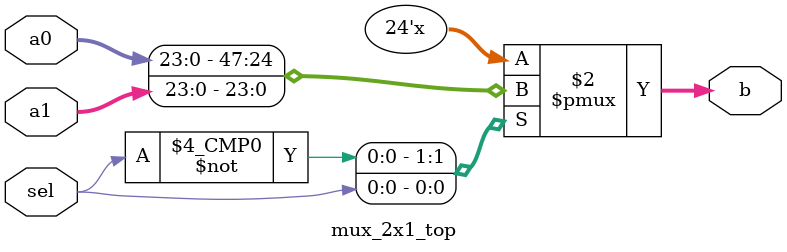
<source format=v>
`timescale 1ns / 1ps

module mux_2x1_top(
    input sel,
    input [23:0] a0,
    input [23:0] a1,
    output reg [23:0] b
    );

        always @(*) begin
        case (sel)
            1'b0: b = a0;
            1'b1: b = a1;
            default: b = a0;
        endcase
    end

endmodule

</source>
